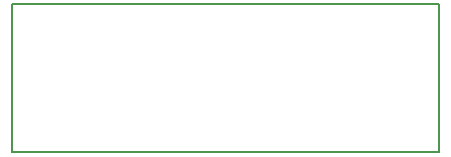
<source format=gm1>
G04 MADE WITH FRITZING*
G04 WWW.FRITZING.ORG*
G04 DOUBLE SIDED*
G04 HOLES PLATED*
G04 CONTOUR ON CENTER OF CONTOUR VECTOR*
%ASAXBY*%
%FSLAX23Y23*%
%MOIN*%
%OFA0B0*%
%SFA1.0B1.0*%
%ADD10R,1.432100X0.500106*%
%ADD11C,0.008000*%
%ADD10C,0.008*%
%LNCONTOUR*%
G90*
G70*
G54D10*
G54D11*
X4Y496D02*
X1428Y496D01*
X1428Y4D01*
X4Y4D01*
X4Y496D01*
D02*
G04 End of contour*
M02*
</source>
